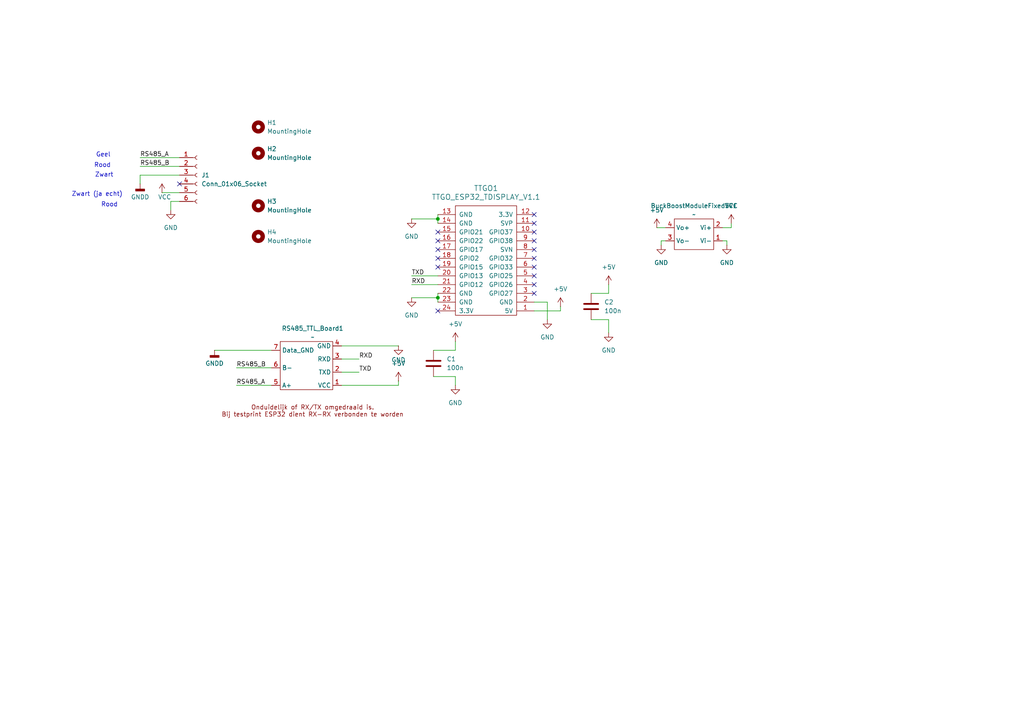
<source format=kicad_sch>
(kicad_sch (version 20250114) (generator "eeschema") (generator_version "9.0")
  (paper "A4")
  (lib_symbols
    (symbol "BuckBoost5V:BuckBoost5V_Module"
      (property "Reference" "BuckBoostModuleFixed5V" (at 0 0 0))
      (symbol "BuckBoost5V_Module_0_1"
        (rectangle (start -7.62 11.43) (end 3.81 2.54))
      )
      (symbol "BuckBoost5V_Module_1_1"
        (pin power_out line (at -10.16 8.89 0) (length 2.54) (name "Vo+") (number "4"))
        (pin power_out line (at -10.16 5.08 0) (length 2.54) (name "Vo-") (number "3"))
        (pin power_in line (at 6.35 8.89 180) (length 2.54) (name "Vi+") (number "2"))
        (pin power_in line (at 6.35 5.08 180) (length 2.54) (name "Vi-") (number "1"))
      )
    )
    (symbol "Connector:Conn_01x06_Socket" (pin_names (offset 1.016) (hide yes))
      (property "Reference" "J" (at 0 7.62 0))
      (property "Value" "Conn_01x06_Socket" (at 0 -10.16 0))
      (symbol "Conn_01x06_Socket_1_1"
        (polyline (pts (xy -1.27 5.08) (xy -0.508 5.08)) (stroke (width 0.1524)))
        (polyline (pts (xy -1.27 2.54) (xy -0.508 2.54)) (stroke (width 0.1524)))
        (polyline (pts (xy -1.27 0) (xy -0.508 0)) (stroke (width 0.1524)))
        (polyline (pts (xy -1.27 -2.54) (xy -0.508 -2.54)) (stroke (width 0.1524)))
        (polyline (pts (xy -1.27 -5.08) (xy -0.508 -5.08)) (stroke (width 0.1524)))
        (polyline (pts (xy -1.27 -7.62) (xy -0.508 -7.62)) (stroke (width 0.1524)))
        (arc (start 0 4.572) (mid -0.5058 5.08) (end 0 5.588) (stroke (width 0.1524)))
        (arc (start 0 2.032) (mid -0.5058 2.54) (end 0 3.048) (stroke (width 0.1524)))
        (arc (start 0 -0.508) (mid -0.5058 0) (end 0 0.508) (stroke (width 0.1524)))
        (arc (start 0 -3.048) (mid -0.5058 -2.54) (end 0 -2.032) (stroke (width 0.1524)))
        (arc (start 0 -5.588) (mid -0.5058 -5.08) (end 0 -4.572) (stroke (width 0.1524)))
        (arc (start 0 -8.128) (mid -0.5058 -7.62) (end 0 -7.112) (stroke (width 0.1524)))
        (pin passive line (at -5.08 5.08 0) (length 3.81) (name "Pin_1") (number "1"))
        (pin passive line (at -5.08 2.54 0) (length 3.81) (name "Pin_2") (number "2"))
        (pin passive line (at -5.08 0 0) (length 3.81) (name "Pin_3") (number "3"))
        (pin passive line (at -5.08 -2.54 0) (length 3.81) (name "Pin_4") (number "4"))
        (pin passive line (at -5.08 -5.08 0) (length 3.81) (name "Pin_5") (number "5"))
        (pin passive line (at -5.08 -7.62 0) (length 3.81) (name "Pin_6") (number "6"))
      )
    )
    (symbol "Device:C" (pin_numbers (hide yes)) (pin_names (offset 0.254))
      (property "Reference" "C" (at 0.635 2.54 0))
      (property "Value" "C" (at 0.635 -2.54 0))
      (symbol "C_0_1"
        (polyline (pts (xy -2.032 0.762) (xy 2.032 0.762)) (stroke (width 0.508)))
        (polyline (pts (xy -2.032 -0.762) (xy 2.032 -0.762)) (stroke (width 0.508)))
      )
      (symbol "C_1_1"
        (pin passive line (at 0 3.81 270) (length 2.794) (name "~") (number "1"))
        (pin passive line (at 0 -3.81 90) (length 2.794) (name "~") (number "2"))
      )
    )
    (symbol "Mechanical:MountingHole" (pin_names (offset 1.016)) (exclude_from_sim yes) (in_bom no)
      (property "Reference" "H" (at 0 5.08 0))
      (property "Value" "MountingHole" (at 0 3.175 0))
      (symbol "MountingHole_0_1"
        (circle (center 0 0) (radius 1.27) (stroke (width 1.27)))
      )
    )
    (symbol "Rs485_TTL:RS485TTLBoard"
      (property "Reference" "RS485_TTL_Board" (at 0 0 0))
      (symbol "RS485TTLBoard_0_1"
        (rectangle (start -8.89 -2.54) (end 6.35 -16.51))
      )
      (symbol "RS485TTLBoard_1_1"
        (text "Onduidelijk of RX/TX omgedraaid is.\nBij testprint ESP32 dient RX-RX verbonden te worden" (at 0.508 -22.606 0) (effects (font (size 1.27 1.27))))
        (pin power_in line (at -11.43 -5.08 0) (length 2.54) (name "Data_GND") (number "7"))
        (pin unspecified line (at -11.43 -10.16 0) (length 2.54) (name "B-") (number "6"))
        (pin unspecified line (at -11.43 -15.24 0) (length 2.54) (name "A+") (number "5"))
        (pin power_in line (at 8.89 -3.81 180) (length 2.54) (name "GND") (number "4"))
        (pin unspecified line (at 8.89 -7.62 180) (length 2.54) (name "RXD") (number "3"))
        (pin unspecified line (at 8.89 -11.43 180) (length 2.54) (name "TXD") (number "2"))
        (pin unspecified line (at 8.89 -15.24 180) (length 2.54) (name "VCC") (number "1"))
      )
    )
    (symbol "power:+5V" (power) (pin_numbers (hide yes)) (pin_names (offset 0) (hide yes))
      (property "Value" "+5V" (at 0 3.556 0))
      (symbol "+5V_0_1"
        (polyline (pts (xy -0.762 1.27) (xy 0 2.54)))
        (polyline (pts (xy 0 2.54) (xy 0.762 1.27)))
        (polyline (pts (xy 0 0) (xy 0 2.54)))
      )
      (symbol "+5V_1_1"
        (pin power_in line (at 0 0 90) (length 0) (name "~") (number "1"))
      )
    )
    (symbol "power:GND" (power) (pin_numbers (hide yes)) (pin_names (offset 0) (hide yes))
      (property "Value" "GND" (at 0 -3.81 0))
      (symbol "GND_0_1"
        (polyline (pts (xy 0 0) (xy 0 -1.27) (xy 1.27 -1.27) (xy 0 -2.54) (xy -1.27 -1.27) (xy 0 -1.27)))
      )
      (symbol "GND_1_1"
        (pin power_in line (at 0 0 270) (length 0) (name "~") (number "1"))
      )
    )
    (symbol "power:GNDD" (power) (pin_numbers (hide yes)) (pin_names (offset 0) (hide yes))
      (property "Value" "GNDD" (at 0 -3.175 0))
      (symbol "GNDD_0_1"
        (rectangle (start -1.27 -1.524) (end 1.27 -2.032) (stroke (width 0.254)) (fill (type outline)))
        (polyline (pts (xy 0 0) (xy 0 -1.524)))
      )
      (symbol "GNDD_1_1"
        (pin power_in line (at 0 0 270) (length 0) (name "~") (number "1"))
      )
    )
    (symbol "power:VCC" (power) (pin_numbers (hide yes)) (pin_names (offset 0) (hide yes))
      (property "Value" "VCC" (at 0 3.556 0))
      (symbol "VCC_0_1"
        (polyline (pts (xy -0.762 1.27) (xy 0 2.54)))
        (polyline (pts (xy 0 2.54) (xy 0.762 1.27)))
        (polyline (pts (xy 0 0) (xy 0 2.54)))
      )
      (symbol "VCC_1_1"
        (pin power_in line (at 0 0 90) (length 0) (name "~") (number "1"))
      )
    )
    (symbol "ttgo_esp32:TTGO_ESP32_TDISPLAY_V1.1" (pin_names (offset 1.016))
      (property "Reference" "TTGO" (at 8.89 34.29 0))
      (property "Value" "TTGO_ESP32_TDISPLAY_V1.1" (at 8.89 -2.54 0))
      (symbol "TTGO_ESP32_TDISPLAY_V1.1_0_1"
        (rectangle (start 0 0) (end 17.78 31.75))
      )
      (symbol "TTGO_ESP32_TDISPLAY_V1.1_1_1"
        (pin unspecified line (at -5.08 29.21 0) (length 5.08) (name "GND") (number "13"))
        (pin unspecified line (at -5.08 26.67 0) (length 5.08) (name "GND") (number "14"))
        (pin unspecified line (at -5.08 24.13 0) (length 5.08) (name "GPIO21") (number "15"))
        (pin unspecified line (at -5.08 21.59 0) (length 5.08) (name "GPIO22") (number "16"))
        (pin unspecified line (at -5.08 19.05 0) (length 5.08) (name "GPIO17") (number "17"))
        (pin unspecified line (at -5.08 16.51 0) (length 5.08) (name "GPIO2") (number "18"))
        (pin unspecified line (at -5.08 13.97 0) (length 5.08) (name "GPIO15") (number "19"))
        (pin unspecified line (at -5.08 11.43 0) (length 5.08) (name "GPIO13") (number "20"))
        (pin unspecified line (at -5.08 8.89 0) (length 5.08) (name "GPIO12") (number "21"))
        (pin unspecified line (at -5.08 6.35 0) (length 5.08) (name "GND") (number "22"))
        (pin unspecified line (at -5.08 3.81 0) (length 5.08) (name "GND") (number "23"))
        (pin unspecified line (at -5.08 1.27 0) (length 5.08) (name "3.3V") (number "24"))
        (pin unspecified line (at 22.86 29.21 180) (length 5.08) (name "3.3V") (number "12"))
        (pin unspecified line (at 22.86 26.67 180) (length 5.08) (name "SVP") (number "11"))
        (pin unspecified line (at 22.86 24.13 180) (length 5.08) (name "GPIO37") (number "10"))
        (pin unspecified line (at 22.86 21.59 180) (length 5.08) (name "GPIO38") (number "9"))
        (pin unspecified line (at 22.86 19.05 180) (length 5.08) (name "SVN") (number "8"))
        (pin unspecified line (at 22.86 16.51 180) (length 5.08) (name "GPIO32") (number "7"))
        (pin unspecified line (at 22.86 13.97 180) (length 5.08) (name "GPIO33") (number "6"))
        (pin unspecified line (at 22.86 11.43 180) (length 5.08) (name "GPIO25") (number "5"))
        (pin unspecified line (at 22.86 8.89 180) (length 5.08) (name "GPIO26") (number "4"))
        (pin unspecified line (at 22.86 6.35 180) (length 5.08) (name "GPIO27") (number "3"))
        (pin unspecified line (at 22.86 3.81 180) (length 5.08) (name "GND") (number "2"))
        (pin unspecified line (at 22.86 1.27 180) (length 5.08) (name "5V") (number "1"))
      )
    )
  )
  (text "Rood" (at 31.75 59.436 0) (effects (font (size 1.27 1.27))))
  (text "Rood" (at 29.718 48.006 0) (effects (font (size 1.27 1.27))))
  (text "Geel" (at 29.972 44.958 0) (effects (font (size 1.27 1.27))))
  (text "Zwart (ja echt)" (at 28.194 56.388 0) (effects (font (size 1.27 1.27))))
  (text "Zwart" (at 30.226 50.8 0) (effects (font (size 1.27 1.27))))
  (junction (at 127 86.36))
  (junction (at 127 63.5))
  (no_connect (at 154.94 82.55))
  (no_connect (at 154.94 74.93))
  (no_connect (at 52.07 53.34))
  (no_connect (at 127 72.39))
  (no_connect (at 154.94 69.85))
  (no_connect (at 154.94 62.23))
  (no_connect (at 127 90.17))
  (no_connect (at 127 77.47))
  (no_connect (at 154.94 67.31))
  (no_connect (at 154.94 64.77))
  (no_connect (at 127 74.93))
  (no_connect (at 154.94 72.39))
  (no_connect (at 127 69.85))
  (no_connect (at 154.94 80.01))
  (no_connect (at 154.94 77.47))
  (no_connect (at 127 67.31))
  (no_connect (at 154.94 85.09))
  (wire (pts (xy 210.82 71.12) (xy 210.82 69.85)))
  (wire (pts (xy 127 63.5) (xy 127 64.77)))
  (wire (pts (xy 190.5 66.04) (xy 193.04 66.04)))
  (wire (pts (xy 125.73 101.6) (xy 132.08 101.6)))
  (wire (pts (xy 171.45 92.71) (xy 176.53 92.71)))
  (wire (pts (xy 99.06 104.14) (xy 104.14 104.14)))
  (wire (pts (xy 99.06 100.33) (xy 115.57 100.33)))
  (wire (pts (xy 162.56 90.17) (xy 154.94 90.17)))
  (wire (pts (xy 154.94 87.63) (xy 158.75 87.63)))
  (wire (pts (xy 119.38 86.36) (xy 127 86.36)))
  (wire (pts (xy 52.07 55.88) (xy 46.99 55.88)))
  (wire (pts (xy 119.38 63.5) (xy 127 63.5)))
  (wire (pts (xy 212.09 66.04) (xy 212.09 64.77)))
  (wire (pts (xy 99.06 107.95) (xy 104.14 107.95)))
  (wire (pts (xy 52.07 58.42) (xy 49.53 58.42)))
  (wire (pts (xy 99.06 111.76) (xy 115.57 111.76)))
  (wire (pts (xy 40.64 45.72) (xy 52.07 45.72)))
  (wire (pts (xy 132.08 99.06) (xy 132.08 101.6)))
  (wire (pts (xy 62.23 101.6) (xy 78.74 101.6)))
  (wire (pts (xy 209.55 66.04) (xy 212.09 66.04)))
  (wire (pts (xy 40.64 50.8) (xy 40.64 53.34)))
  (wire (pts (xy 68.58 106.68) (xy 78.74 106.68)))
  (wire (pts (xy 132.08 109.22) (xy 132.08 111.76)))
  (wire (pts (xy 127 62.23) (xy 127 63.5)))
  (wire (pts (xy 210.82 69.85) (xy 209.55 69.85)))
  (wire (pts (xy 191.77 69.85) (xy 191.77 71.12)))
  (wire (pts (xy 40.64 48.26) (xy 52.07 48.26)))
  (wire (pts (xy 127 85.09) (xy 127 86.36)))
  (wire (pts (xy 162.56 88.9) (xy 162.56 90.17)))
  (wire (pts (xy 158.75 87.63) (xy 158.75 92.71)))
  (wire (pts (xy 171.45 85.09) (xy 176.53 85.09)))
  (wire (pts (xy 193.04 69.85) (xy 191.77 69.85)))
  (wire (pts (xy 52.07 50.8) (xy 40.64 50.8)))
  (wire (pts (xy 176.53 92.71) (xy 176.53 96.52)))
  (wire (pts (xy 119.38 82.55) (xy 127 82.55)))
  (wire (pts (xy 127 86.36) (xy 127 87.63)))
  (wire (pts (xy 115.57 110.49) (xy 115.57 111.76)))
  (wire (pts (xy 125.73 109.22) (xy 132.08 109.22)))
  (wire (pts (xy 119.38 80.01) (xy 127 80.01)))
  (wire (pts (xy 49.53 58.42) (xy 49.53 60.96)))
  (wire (pts (xy 68.58 111.76) (xy 78.74 111.76)))
  (wire (pts (xy 176.53 82.55) (xy 176.53 85.09)))
  (label "RS485_A" (at 68.58 111.76 0))
  (label "RS485_A" (at 40.64 45.72 0))
  (label "RXD" (at 104.14 104.14 0))
  (label "TXD" (at 104.14 107.95 0))
  (label "TXD" (at 119.38 80.01 0))
  (label "RS485_B" (at 68.58 106.68 0))
  (label "RXD" (at 119.38 82.55 0))
  (label "RS485_B" (at 40.64 48.26 0))
  (symbol (lib_id "BuckBoost5V:BuckBoost5V_Module") (at 203.2 74.93 0) (unit 1)
    (property "Reference" "BuckBoostModuleFixed5V1" (at 201.295 59.69 0))
    (property "Value" "~" (at 201.295 62.23 0))
    (property "Footprint" "BuckBoost5VModule:buckboostmodule5V" (effects (hide yes)))
  )
  (symbol (lib_id "power:GND") (at 210.82 71.12 0) (unit 1)
    (property "Reference" "#PWR06" (effects (hide yes)))
    (property "Value" "GND" (at 210.82 76.2 0))
    (property "Description" "Power symbol creates a global label with name \"GND\" , ground" (effects (hide yes)))
  )
  (symbol (lib_id "Mechanical:MountingHole") (at 74.93 68.58 0) (unit 1) (exclude_from_sim yes) (in_bom no)
    (property "Reference" "H4" (at 77.47 67.3099 0) (effects (justify left)))
    (property "Value" "MountingHole" (at 77.47 69.8499 0) (effects (justify left)))
    (property "Footprint" "MountingHole:MountingHole_3.2mm_M3" (effects (hide yes)))
    (property "Description" "Mounting Hole without connection" (effects (hide yes)))
  )
  (symbol (lib_id "Device:C") (at 125.73 105.41 0) (unit 1)
    (property "Reference" "C1" (at 129.54 104.1399 0) (effects (justify left)))
    (property "Value" "100n" (at 129.54 106.6799 0) (effects (justify left)))
    (property "Footprint" "Capacitor_SMD:C_1210_3225Metric_Pad1.33x2.70mm_HandSolder" (effects (hide yes)))
    (property "Description" "Unpolarized capacitor" (effects (hide yes)))
  )
  (symbol (lib_id "power:GND") (at 119.38 86.36 0) (unit 1)
    (property "Reference" "#PWR010" (effects (hide yes)))
    (property "Value" "GND" (at 119.38 91.44 0))
    (property "Description" "Power symbol creates a global label with name \"GND\" , ground" (effects (hide yes)))
  )
  (symbol (lib_id "power:GND") (at 176.53 96.52 0) (unit 1)
    (property "Reference" "#PWR018" (effects (hide yes)))
    (property "Value" "GND" (at 176.53 101.6 0))
    (property "Description" "Power symbol creates a global label with name \"GND\" , ground" (effects (hide yes)))
  )
  (symbol (lib_id "power:GND") (at 191.77 71.12 0) (unit 1)
    (property "Reference" "#PWR07" (effects (hide yes)))
    (property "Value" "GND" (at 191.77 76.2 0))
    (property "Description" "Power symbol creates a global label with name \"GND\" , ground" (effects (hide yes)))
  )
  (symbol (lib_id "power:+5V") (at 176.53 82.55 0) (unit 1)
    (property "Reference" "#PWR015" (effects (hide yes)))
    (property "Value" "+5V" (at 176.53 77.47 0))
    (property "Description" "Power symbol creates a global label with name \"+5V\"" (effects (hide yes)))
  )
  (symbol (lib_id "power:GND") (at 119.38 63.5 0) (unit 1)
    (property "Reference" "#PWR09" (effects (hide yes)))
    (property "Value" "GND" (at 119.38 68.58 0))
    (property "Description" "Power symbol creates a global label with name \"GND\" , ground" (effects (hide yes)))
  )
  (symbol (lib_id "Device:C") (at 171.45 88.9 0) (unit 1)
    (property "Reference" "C2" (at 175.26 87.6299 0) (effects (justify left)))
    (property "Value" "100n" (at 175.26 90.1699 0) (effects (justify left)))
    (property "Footprint" "Capacitor_SMD:C_1210_3225Metric_Pad1.33x2.70mm_HandSolder" (effects (hide yes)))
    (property "Description" "Unpolarized capacitor" (effects (hide yes)))
  )
  (symbol (lib_id "power:+5V") (at 115.57 110.49 0) (unit 1)
    (property "Reference" "#PWR013" (effects (hide yes)))
    (property "Value" "+5V" (at 115.57 105.41 0))
    (property "Description" "Power symbol creates a global label with name \"+5V\"" (effects (hide yes)))
  )
  (symbol (lib_id "ttgo_esp32:TTGO_ESP32_TDISPLAY_V1.1") (at 132.08 91.44 0) (unit 1)
    (property "Reference" "TTGO1" (at 140.97 54.61 0) (effects (font (size 1.524 1.524))))
    (property "Value" "TTGO_ESP32_TDISPLAY_V1.1" (at 140.97 57.15 0) (effects (font (size 1.524 1.524))))
    (property "Footprint" "ttgo-tdisplay-kicad-master:TTGO_ESP32_TDisplay_v1.1" (effects (hide yes)))
  )
  (symbol (lib_id "Mechanical:MountingHole") (at 74.93 44.45 0) (unit 1) (exclude_from_sim yes) (in_bom no)
    (property "Reference" "H2" (at 77.47 43.1799 0) (effects (justify left)))
    (property "Value" "MountingHole" (at 77.47 45.7199 0) (effects (justify left)))
    (property "Footprint" "MountingHole:MountingHole_3.2mm_M3" (effects (hide yes)))
    (property "Description" "Mounting Hole without connection" (effects (hide yes)))
  )
  (symbol (lib_id "Rs485_TTL:RS485TTLBoard") (at 90.17 96.52 0) (unit 1)
    (property "Reference" "RS485_TTL_Board1" (at 90.678 95.25 0))
    (property "Value" "~" (at 90.678 97.79 0))
    (property "Footprint" "RS485TTLModule:RS485-TTL_module" (effects (hide yes)))
  )
  (symbol (lib_id "Mechanical:MountingHole") (at 74.93 59.69 0) (unit 1) (exclude_from_sim yes) (in_bom no)
    (property "Reference" "H3" (at 77.47 58.4199 0) (effects (justify left)))
    (property "Value" "MountingHole" (at 77.47 60.9599 0) (effects (justify left)))
    (property "Footprint" "MountingHole:MountingHole_3.2mm_M3" (effects (hide yes)))
    (property "Description" "Mounting Hole without connection" (effects (hide yes)))
  )
  (symbol (lib_id "power:GNDD") (at 40.64 53.34 0) (unit 1)
    (property "Reference" "#PWR02" (effects (hide yes)))
    (property "Value" "GNDD" (at 40.64 57.15 0))
    (property "Description" "Power symbol creates a global label with name \"GNDD\" , digital ground" (effects (hide yes)))
  )
  (symbol (lib_id "power:VCC") (at 46.99 55.88 0) (unit 1)
    (property "Reference" "#PWR03" (effects (hide yes)))
    (property "Value" "VCC" (at 47.752 57.15 0))
    (property "Description" "Power symbol creates a global label with name \"VCC\"" (effects (hide yes)))
  )
  (symbol (lib_id "power:GND") (at 132.08 111.76 0) (unit 1)
    (property "Reference" "#PWR017" (effects (hide yes)))
    (property "Value" "GND" (at 132.08 116.84 0))
    (property "Description" "Power symbol creates a global label with name \"GND\" , ground" (effects (hide yes)))
  )
  (symbol (lib_id "power:GNDD") (at 62.23 101.6 0) (unit 1)
    (property "Reference" "#PWR04" (effects (hide yes)))
    (property "Value" "GNDD" (at 62.23 105.41 0))
    (property "Description" "Power symbol creates a global label with name \"GNDD\" , digital ground" (effects (hide yes)))
  )
  (symbol (lib_id "Connector:Conn_01x06_Socket") (at 57.15 50.8 0) (unit 1)
    (property "Reference" "J1" (at 58.42 50.7999 0) (effects (justify left)))
    (property "Value" "Conn_01x06_Socket" (at 58.42 53.3399 0) (effects (justify left)))
    (property "Footprint" "Connector_JST:JST_XH_B6B-XH-AM_1x06_P2.50mm_Vertical" (effects (hide yes)))
    (property "Description" "Generic connector, single row, 01x06, script generated" (effects (hide yes)))
  )
  (symbol (lib_id "power:+5V") (at 132.08 99.06 0) (unit 1)
    (property "Reference" "#PWR016" (effects (hide yes)))
    (property "Value" "+5V" (at 132.08 93.98 0))
    (property "Description" "Power symbol creates a global label with name \"+5V\"" (effects (hide yes)))
  )
  (symbol (lib_id "power:+5V") (at 162.56 88.9 0) (unit 1)
    (property "Reference" "#PWR014" (effects (hide yes)))
    (property "Value" "+5V" (at 162.56 83.82 0))
    (property "Description" "Power symbol creates a global label with name \"+5V\"" (effects (hide yes)))
  )
  (symbol (lib_id "power:+5V") (at 190.5 66.04 0) (unit 1)
    (property "Reference" "#PWR012" (effects (hide yes)))
    (property "Value" "+5V" (at 190.5 60.96 0))
    (property "Description" "Power symbol creates a global label with name \"+5V\"" (effects (hide yes)))
  )
  (symbol (lib_id "power:GND") (at 49.53 60.96 0) (unit 1)
    (property "Reference" "#PWR01" (effects (hide yes)))
    (property "Value" "GND" (at 49.53 66.04 0))
    (property "Description" "Power symbol creates a global label with name \"GND\" , ground" (effects (hide yes)))
  )
  (symbol (lib_id "power:VCC") (at 212.09 64.77 0) (unit 1)
    (property "Reference" "#PWR011" (effects (hide yes)))
    (property "Value" "VCC" (at 212.09 59.69 0))
    (property "Description" "Power symbol creates a global label with name \"VCC\"" (effects (hide yes)))
  )
  (symbol (lib_id "Mechanical:MountingHole") (at 74.93 36.83 0) (unit 1) (exclude_from_sim yes) (in_bom no)
    (property "Reference" "H1" (at 77.47 35.5599 0) (effects (justify left)))
    (property "Value" "MountingHole" (at 77.47 38.0999 0) (effects (justify left)))
    (property "Footprint" "MountingHole:MountingHole_3.2mm_M3" (effects (hide yes)))
    (property "Description" "Mounting Hole without connection" (effects (hide yes)))
  )
  (symbol (lib_id "power:GND") (at 158.75 92.71 0) (unit 1)
    (property "Reference" "#PWR08" (effects (hide yes)))
    (property "Value" "GND" (at 158.75 97.79 0))
    (property "Description" "Power symbol creates a global label with name \"GND\" , ground" (effects (hide yes)))
  )
  (symbol (lib_id "power:GND") (at 115.57 100.33 0) (unit 1)
    (property "Reference" "#PWR05" (effects (hide yes)))
    (property "Value" "GND" (at 115.57 104.394 0))
    (property "Description" "Power symbol creates a global label with name \"GND\" , ground" (effects (hide yes)))
  )
)
</source>
